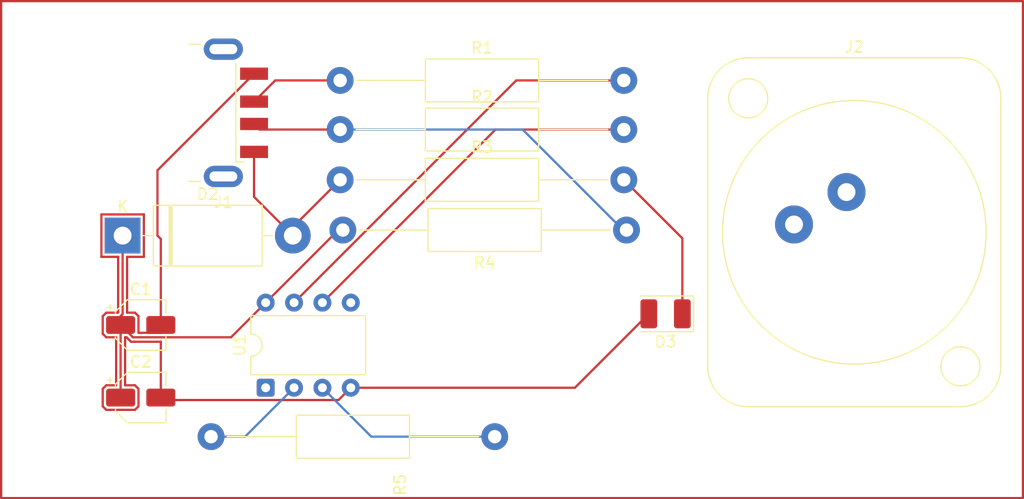
<source format=kicad_pcb>
(kicad_pcb (version 20241229) (generator "pcbnew") (generator_version "9.0")
  (layers (0 "F.Cu" signal) (2 "B.Cu" signal) (13 "F.Paste" user) (15 "B.Paste" user) (5 "F.SilkS" user "F.Silkscreen") (7 "B.SilkS" user "B.Silkscreen") (1 "F.Mask" user) (3 "B.Mask" user) (25 "Edge.Cuts" user))
  (net 0 "")
  (net 1 "Net-(D2-K)")
  (net 2 "GND")
  (net 3 "Net-(D2-A)")
  (net 4 "Net-(D3-A)")
  (net 5 "Net-(J1-D-)")
  (net 6 "Net-(J1-D+)")
  (net 9 "Net-(U1-PB2)")
  (net 10 "Net-(U1-PB1)")
  (net 11 "Net-(U1-XTAL1{slash}PB3)")
  (net 12 "Net-(U1-XTAL2{slash}PB4)")
  (footprint "Package_DIP:DIP-8_W7.62mm" (layer "F.Cu") (at 138.69 84.62 90)
    (property "Reference" "U1" (at 3.81 -2.33 90) (layer "F.SilkS"))
    (property "Value" "ATtiny45-20P")
    (fp_line (start 6.46 -1.33) (end 4.81 -1.33) (stroke (width 0.12)) (layer "F.SilkS"))
    (fp_line (start 2.81 -1.33) (end 1.16 -1.33) (stroke (width 0.12)) (layer "F.SilkS"))
    (fp_line (start 1.16 -1.33) (end 1.16 8.95) (stroke (width 0.12)) (layer "F.SilkS"))
    (fp_line (start 6.46 8.95) (end 6.46 -1.33) (stroke (width 0.12)) (layer "F.SilkS"))
    (fp_line (start 1.16 8.95) (end 6.46 8.95) (stroke (width 0.12)) (layer "F.SilkS"))
    (fp_arc (start 4.81 -1.33) (mid 3.81 -0.33) (end 2.81 -1.33) (stroke (width 0.12)) (layer "F.SilkS"))
    (pad "1" thru_hole roundrect (at 0 0 90) (size 1.6 1.6) (drill 0.8) (layers "*.Cu" "*.Mask") (roundrect_rratio 0.15625))
    (pad "2" thru_hole circle (at 0 2.54 90) (size 1.6 1.6) (drill 0.8) (layers "*.Cu" "*.Mask") (net 11 "Net-(U1-XTAL1{slash}PB3)"))
    (pad "3" thru_hole circle (at 0 5.08 90) (size 1.6 1.6) (drill 0.8) (layers "*.Cu" "*.Mask") (net 12 "Net-(U1-XTAL2{slash}PB4)"))
    (pad "4" thru_hole circle (at 0 7.62 90) (size 1.6 1.6) (drill 0.8) (layers "*.Cu" "*.Mask") (net 2 "GND"))
    (pad "5" thru_hole circle (at 7.62 7.62 90) (size 1.6 1.6) (drill 0.8) (layers "*.Cu" "*.Mask"))
    (pad "6" thru_hole circle (at 7.62 5.08 90) (size 1.6 1.6) (drill 0.8) (layers "*.Cu" "*.Mask") (net 10 "Net-(U1-PB1)"))
    (pad "7" thru_hole circle (at 7.62 2.54 90) (size 1.6 1.6) (drill 0.8) (layers "*.Cu" "*.Mask") (net 9 "Net-(U1-PB2)"))
    (pad "8" thru_hole circle (at 7.62 0 90) (size 1.6 1.6) (drill 0.8) (layers "*.Cu" "*.Mask") (net 1 "Net-(D2-K)"))
  )
  (footprint "Resistor_THT:R_Axial_DIN0411_L9.9mm_D3.6mm_P25.40mm_Horizontal" (layer "F.Cu") (at 171 70.5 180)
    (property "Reference" "R4" (at 12.7 -2.92 0) (layer "F.SilkS"))
    (property "Value" "R")
    (fp_line (start 23.96 0) (end 17.77 0) (stroke (width 0.12)) (layer "F.SilkS"))
    (fp_line (start 17.77 1.92) (end 17.77 -1.92) (stroke (width 0.12)) (layer "F.SilkS"))
    (fp_line (start 17.77 -1.92) (end 7.63 -1.92) (stroke (width 0.12)) (layer "F.SilkS"))
    (fp_line (start 7.63 1.92) (end 17.77 1.92) (stroke (width 0.12)) (layer "F.SilkS"))
    (fp_line (start 7.63 -1.92) (end 7.63 1.92) (stroke (width 0.12)) (layer "F.SilkS"))
    (fp_line (start 1.44 0) (end 7.63 0) (stroke (width 0.12)) (layer "F.SilkS"))
    (pad "1" thru_hole circle (at 0 0 180) (size 2.4 2.4) (drill 1.2) (layers "*.Cu" "*.Mask") (net 5 "Net-(J1-D-)"))
    (pad "2" thru_hole oval (at 25.4 0 180) (size 2.4 2.4) (drill 1.2) (layers "*.Cu" "*.Mask") (net 1 "Net-(D2-K)"))
  )
  (footprint "LED_SMD:LED_PLCC-2_3.4x3.0mm_AK" (layer "F.Cu") (at 174.5 78 180)
    (property "Reference" "D3" (at 0 -2.5 0) (layer "F.SilkS"))
    (property "Value" "LED")
    (fp_line (start 2.25 1.6) (end -2.51 1.6) (stroke (width 0.12)) (layer "F.SilkS"))
    (fp_line (start 2.25 -1.6) (end -2.51 -1.6) (stroke (width 0.12)) (layer "F.SilkS"))
    (fp_line (start -2.51 -1.6) (end -2.51 1.6) (stroke (width 0.12)) (layer "F.SilkS"))
    (pad "1" smd roundrect (at 1.5 0 180) (size 1.5 2.6) (layers "F.Cu" "F.Mask" "F.Paste") (roundrect_rratio 0.1666666667) (net 2 "GND"))
    (pad "2" smd roundrect (at -1.5 0 180) (size 1.5 2.6) (layers "F.Cu" "F.Mask" "F.Paste") (roundrect_rratio 0.1666666667) (net 4 "Net-(D3-A)"))
  )
  (footprint "Capacitor_SMD:CP_Elec_4x3" (layer "F.Cu") (at 127.5 85.5)
    (property "Reference" "C2" (at 0 -3.2 0) (layer "F.SilkS"))
    (property "Value" "C")
    (fp_line (start -3 -1.56) (end -2.5 -1.56) (stroke (width 0.12)) (layer "F.SilkS"))
    (fp_line (start -2.75 -1.81) (end -2.75 -1.31) (stroke (width 0.12)) (layer "F.SilkS"))
    (fp_line (start -2.26 -1.195563) (end -2.26 -1.06) (stroke (width 0.12)) (layer "F.SilkS"))
    (fp_line (start -2.26 -1.195563) (end -1.195563 -2.26) (stroke (width 0.12)) (layer "F.SilkS"))
    (fp_line (start -2.26 1.195563) (end -2.26 1.06) (stroke (width 0.12)) (layer "F.SilkS"))
    (fp_line (start -2.26 1.195563) (end -1.195563 2.26) (stroke (width 0.12)) (layer "F.SilkS"))
    (fp_line (start -1.195563 -2.26) (end 2.26 -2.26) (stroke (width 0.12)) (layer "F.SilkS"))
    (fp_line (start -1.195563 2.26) (end 2.26 2.26) (stroke (width 0.12)) (layer "F.SilkS"))
    (fp_line (start 2.26 -2.26) (end 2.26 -1.06) (stroke (width 0.12)) (layer "F.SilkS"))
    (fp_line (start 2.26 2.26) (end 2.26 1.06) (stroke (width 0.12)) (layer "F.SilkS"))
    (pad "1" smd roundrect (at -1.8 0) (size 2.6 1.6) (layers "F.Cu" "F.Mask" "F.Paste") (roundrect_rratio 0.15625) (net 1 "Net-(D2-K)"))
    (pad "2" smd roundrect (at 1.8 0) (size 2.6 1.6) (layers "F.Cu" "F.Mask" "F.Paste") (roundrect_rratio 0.15625) (net 2 "GND"))
  )
  (footprint "Resistor_THT:R_Axial_DIN0411_L9.9mm_D3.6mm_P25.40mm_Horizontal" (layer "F.Cu") (at 145.36 66)
    (property "Reference" "R3" (at 12.7 -2.92 0) (layer "F.SilkS"))
    (property "Value" "R")
    (fp_line (start 1.44 0) (end 7.63 0) (stroke (width 0.12)) (layer "F.SilkS"))
    (fp_line (start 7.63 -1.92) (end 7.63 1.92) (stroke (width 0.12)) (layer "F.SilkS"))
    (fp_line (start 7.63 1.92) (end 17.77 1.92) (stroke (width 0.12)) (layer "F.SilkS"))
    (fp_line (start 17.77 -1.92) (end 7.63 -1.92) (stroke (width 0.12)) (layer "F.SilkS"))
    (fp_line (start 17.77 1.92) (end 17.77 -1.92) (stroke (width 0.12)) (layer "F.SilkS"))
    (fp_line (start 23.96 0) (end 17.77 0) (stroke (width 0.12)) (layer "F.SilkS"))
    (pad "1" thru_hole circle (at 0 0) (size 2.4 2.4) (drill 1.2) (layers "*.Cu" "*.Mask") (net 3 "Net-(D2-A)"))
    (pad "2" thru_hole oval (at 25.4 0) (size 2.4 2.4) (drill 1.2) (layers "*.Cu" "*.Mask") (net 4 "Net-(D3-A)"))
  )
  (footprint "Capacitor_SMD:CP_Elec_4x3" (layer "F.Cu") (at 127.5 79)
    (property "Reference" "C1" (at 0 -3.2 0) (layer "F.SilkS"))
    (property "Value" "C")
    (fp_line (start -3 -1.56) (end -2.5 -1.56) (stroke (width 0.12)) (layer "F.SilkS"))
    (fp_line (start -2.75 -1.81) (end -2.75 -1.31) (stroke (width 0.12)) (layer "F.SilkS"))
    (fp_line (start -2.26 -1.195563) (end -2.26 -1.06) (stroke (width 0.12)) (layer "F.SilkS"))
    (fp_line (start -2.26 -1.195563) (end -1.195563 -2.26) (stroke (width 0.12)) (layer "F.SilkS"))
    (fp_line (start -2.26 1.195563) (end -2.26 1.06) (stroke (width 0.12)) (layer "F.SilkS"))
    (fp_line (start -2.26 1.195563) (end -1.195563 2.26) (stroke (width 0.12)) (layer "F.SilkS"))
    (fp_line (start -1.195563 -2.26) (end 2.26 -2.26) (stroke (width 0.12)) (layer "F.SilkS"))
    (fp_line (start -1.195563 2.26) (end 2.26 2.26) (stroke (width 0.12)) (layer "F.SilkS"))
    (fp_line (start 2.26 -2.26) (end 2.26 -1.06) (stroke (width 0.12)) (layer "F.SilkS"))
    (fp_line (start 2.26 2.26) (end 2.26 1.06) (stroke (width 0.12)) (layer "F.SilkS"))
    (pad "1" smd roundrect (at -1.8 0) (size 2.6 1.6) (layers "F.Cu" "F.Mask" "F.Paste") (roundrect_rratio 0.15625) (net 1 "Net-(D2-K)"))
    (pad "2" smd roundrect (at 1.8 0) (size 2.6 1.6) (layers "F.Cu" "F.Mask" "F.Paste") (roundrect_rratio 0.15625) (net 2 "GND"))
  )
  (footprint "Resistor_THT:R_Axial_DIN0411_L9.9mm_D3.6mm_P25.40mm_Horizontal" (layer "F.Cu") (at 145.36 57.1)
    (property "Reference" "R1" (at 12.7 -2.92 0) (layer "F.SilkS"))
    (property "Value" "R")
    (fp_line (start 1.44 0) (end 7.63 0) (stroke (width 0.12)) (layer "F.SilkS"))
    (fp_line (start 7.63 -1.92) (end 7.63 1.92) (stroke (width 0.12)) (layer "F.SilkS"))
    (fp_line (start 7.63 1.92) (end 17.77 1.92) (stroke (width 0.12)) (layer "F.SilkS"))
    (fp_line (start 17.77 -1.92) (end 7.63 -1.92) (stroke (width 0.12)) (layer "F.SilkS"))
    (fp_line (start 17.77 1.92) (end 17.77 -1.92) (stroke (width 0.12)) (layer "F.SilkS"))
    (fp_line (start 23.96 0) (end 17.77 0) (stroke (width 0.12)) (layer "F.SilkS"))
    (pad "1" thru_hole circle (at 0 0) (size 2.4 2.4) (drill 1.2) (layers "*.Cu" "*.Mask") (net 6 "Net-(J1-D+)"))
    (pad "2" thru_hole oval (at 25.4 0) (size 2.4 2.4) (drill 1.2) (layers "*.Cu" "*.Mask") (net 9 "Net-(U1-PB2)"))
  )
  (footprint "Resistor_THT:R_Axial_DIN0411_L9.9mm_D3.6mm_P25.40mm_Horizontal" (layer "F.Cu") (at 159.2 89 180)
    (property "Reference" "R5" (at 8.465 -4.31 90) (layer "F.SilkS"))
    (property "Value" "R")
    (fp_line (start 23.96 0) (end 17.77 0) (stroke (width 0.12)) (layer "F.SilkS"))
    (fp_line (start 17.77 1.92) (end 17.77 -1.92) (stroke (width 0.12)) (layer "F.SilkS"))
    (fp_line (start 17.77 -1.92) (end 7.63 -1.92) (stroke (width 0.12)) (layer "F.SilkS"))
    (fp_line (start 7.63 1.92) (end 17.77 1.92) (stroke (width 0.12)) (layer "F.SilkS"))
    (fp_line (start 7.63 -1.92) (end 7.63 1.92) (stroke (width 0.12)) (layer "F.SilkS"))
    (fp_line (start 1.44 0) (end 7.63 0) (stroke (width 0.12)) (layer "F.SilkS"))
    (pad "1" thru_hole circle (at 0 0 180) (size 2.4 2.4) (drill 1.2) (layers "*.Cu" "*.Mask") (net 12 "Net-(U1-XTAL2{slash}PB4)"))
    (pad "2" thru_hole oval (at 25.4 0 180) (size 2.4 2.4) (drill 1.2) (layers "*.Cu" "*.Mask") (net 11 "Net-(U1-XTAL1{slash}PB3)"))
  )
  (footprint "Connector_Audio:Jack_speakON_Neutrik_NL2MDXX-V_Vertical" (layer "F.Cu") (at 190.7 67.1)
    (property "Reference" "J2" (at 0.7 -13 0) (layer "F.SilkS"))
    (property "Value" "6P2C")
    (fp_line (start -12.42 15.72) (end -12.42 -8.52) (stroke (width 0.12)) (layer "F.SilkS"))
    (fp_line (start -8.92 -12.02) (end 10.32 -12.02) (stroke (width 0.12)) (layer "F.SilkS"))
    (fp_line (start -8.92 19.22) (end 10.32 19.22) (stroke (width 0.12)) (layer "F.SilkS"))
    (fp_line (start 13.82 15.72) (end 13.82 -8.52) (stroke (width 0.12)) (layer "F.SilkS"))
    (fp_arc (start -12.42 -8.52) (mid -11.274874 -11.044579) (end -8.68 -12.02) (stroke (width 0.12)) (layer "F.SilkS"))
    (fp_arc (start -8.92 19.22) (mid -11.444579 18.074874) (end -12.42 15.48) (stroke (width 0.12)) (layer "F.SilkS"))
    (fp_arc (start 10.32 -12.02) (mid 12.844579 -10.874874) (end 13.82 -8.28) (stroke (width 0.12)) (layer "F.SilkS"))
    (fp_arc (start 13.82 15.72) (mid 12.674874 18.244579) (end 10.08 19.22) (stroke (width 0.12)) (layer "F.SilkS"))
    (fp_circle (center -8.8 -8.4) (end -7.05 -8.4) (stroke (width 0.12)) (fill no) (layer "F.SilkS"))
    (fp_circle (center 0.7 3.6) (end 12.5 3.6) (stroke (width 0.12)) (fill no) (layer "F.SilkS"))
    (fp_circle (center 10.2 15.6) (end 11.95 15.6) (stroke (width 0.12)) (fill no) (layer "F.SilkS"))
    (pad "1+" thru_hole circle (at 0 0) (size 3.4 3.4) (drill 1.6) (layers "*.Cu" "*.Mask"))
    (pad "1-" thru_hole circle (at -4.7 2.9) (size 3.4 3.4) (drill 1.6) (layers "*.Cu" "*.Mask"))
  )
  (footprint "Diode_THT:D_DO-201AD_P15.24mm_Horizontal" (layer "F.Cu") (at 125.88 71)
    (property "Reference" "D2" (at 7.62 -3.72 0) (layer "F.SilkS"))
    (property "Value" "D")
    (fp_line (start 1.84 0) (end 2.75 0) (stroke (width 0.12)) (layer "F.SilkS"))
    (fp_line (start 2.75 -2.72) (end 2.75 2.72) (stroke (width 0.12)) (layer "F.SilkS"))
    (fp_line (start 2.75 2.72) (end 12.49 2.72) (stroke (width 0.12)) (layer "F.SilkS"))
    (fp_line (start 4.175 -2.72) (end 4.175 2.72) (stroke (width 0.12)) (layer "F.SilkS"))
    (fp_line (start 4.295 -2.72) (end 4.295 2.72) (stroke (width 0.12)) (layer "F.SilkS"))
    (fp_line (start 4.415 -2.72) (end 4.415 2.72) (stroke (width 0.12)) (layer "F.SilkS"))
    (fp_line (start 12.49 -2.72) (end 2.75 -2.72) (stroke (width 0.12)) (layer "F.SilkS"))
    (fp_line (start 12.49 2.72) (end 12.49 -2.72) (stroke (width 0.12)) (layer "F.SilkS"))
    (fp_line (start 13.4 0) (end 12.49 0) (stroke (width 0.12)) (layer "F.SilkS"))
    (fp_text user "K" (at 0 -2.6 0) (layer "F.SilkS"))
    (pad "1" thru_hole rect (at 0 0) (size 3.2 3.2) (drill 1.6) (layers "*.Cu" "*.Mask") (net 1 "Net-(D2-K)"))
    (pad "2" thru_hole oval (at 15.24 0) (size 3.2 3.2) (drill 1.6) (layers "*.Cu" "*.Mask") (net 3 "Net-(D2-A)"))
  )
  (footprint "Connector_USB:USB_A_CNCTech_1001-011-01101_Horizontal" (layer "F.Cu") (at 128 60 180)
    (property "Reference" "J1" (at -6.9 -8 0) (layer "F.SilkS"))
    (property "Value" "USB_A")
    (fp_line (start -4.85 6.145) (end -3.8 6.145) (stroke (width 0.12)) (layer "F.SilkS"))
    (fp_line (start -4.85 -6.145) (end -3.8 -6.145) (stroke (width 0.12)) (layer "F.SilkS"))
    (fp_line (start -8.02 -4.4) (end -8.02 4.4) (stroke (width 0.12)) (layer "F.SilkS"))
    (fp_line (start -8.02 -4.4) (end -8.775 -4.4) (stroke (width 0.12)) (layer "F.SilkS"))
    (pad "" np_thru_hole circle (at -6.9 -2.3 180) (size 1.1 1.1) (drill 1.1) (layers "*.Cu" "*.Mask"))
    (pad "" np_thru_hole circle (at -6.9 2.3 180) (size 1.1 1.1) (drill 1.1) (layers "*.Cu" "*.Mask"))
    (pad "1" smd rect (at -9.65 -3.5 180) (size 2.5 1.1) (layers "F.Cu" "F.Mask" "F.Paste") (net 3 "Net-(D2-A)"))
    (pad "2" smd rect (at -9.65 -1 180) (size 2.5 1.1) (layers "F.Cu" "F.Mask" "F.Paste") (net 5 "Net-(J1-D-)"))
    (pad "3" smd rect (at -9.65 1 180) (size 2.5 1.1) (layers "F.Cu" "F.Mask" "F.Paste") (net 6 "Net-(J1-D+)"))
    (pad "4" smd rect (at -9.65 3.5 180) (size 2.5 1.1) (layers "F.Cu" "F.Mask" "F.Paste") (net 2 "GND"))
    (pad "5" thru_hole oval (at -6.9 -5.7 180) (size 3.5 1.9) (drill oval 2.5 0.9) (property pad_prop_heatsink) (layers "*.Cu" "*.Mask"))
    (pad "5" thru_hole oval (at -6.9 5.7 180) (size 3.5 1.9) (drill oval 2.5 0.9) (property pad_prop_heatsink) (layers "*.Cu" "*.Mask"))
  )
  (footprint "Resistor_THT:R_Axial_DIN0411_L9.9mm_D3.6mm_P25.40mm_Horizontal" (layer "F.Cu") (at 145.36 61.5)
    (property "Reference" "R2" (at 12.7 -2.92 0) (layer "F.SilkS"))
    (property "Value" "R")
    (fp_line (start 1.44 0) (end 7.63 0) (stroke (width 0.12)) (layer "F.SilkS"))
    (fp_line (start 7.63 -1.92) (end 7.63 1.92) (stroke (width 0.12)) (layer "F.SilkS"))
    (fp_line (start 7.63 1.92) (end 17.77 1.92) (stroke (width 0.12)) (layer "F.SilkS"))
    (fp_line (start 17.77 -1.92) (end 7.63 -1.92) (stroke (width 0.12)) (layer "F.SilkS"))
    (fp_line (start 17.77 1.92) (end 17.77 -1.92) (stroke (width 0.12)) (layer "F.SilkS"))
    (fp_line (start 23.96 0) (end 17.77 0) (stroke (width 0.12)) (layer "F.SilkS"))
    (pad "1" thru_hole circle (at 0 0) (size 2.4 2.4) (drill 1.2) (layers "*.Cu" "*.Mask") (net 5 "Net-(J1-D-)"))
    (pad "2" thru_hole oval (at 25.4 0) (size 2.4 2.4) (drill 1.2) (layers "*.Cu" "*.Mask") (net 10 "Net-(U1-PB1)"))
  )
  (gr_rect (start 115 50) (end 206.5 94.5) (stroke (width 0.2)) (fill no) (layer "F.Cu"))
  (segment (start 125.7 79) (end 125.7 78.2) (width 0.2) (layer "F.Cu") (net 1))
  (segment (start 138.69 77) (end 135.589 80.101) (width 0.2) (layer "F.Cu") (net 1))
  (segment (start 138.69 77) (end 145.19 70.5) (width 0.2) (layer "F.Cu") (net 1))
  (segment (start 126.801 80.101) (end 125.7 79) (width 0.2) (layer "F.Cu") (net 1))
  (segment (start 125.88 78.02) (end 125.88 71) (width 0.2) (layer "F.Cu") (net 1))
  (segment (start 135.589 80.101) (end 126.801 80.101) (width 0.2) (layer "F.Cu") (net 1))
  (segment (start 125.7 79) (end 125.7 85.5) (width 0.2) (layer "F.Cu") (net 1))
  (segment (start 145.19 70.5) (end 145.3 70.5) (width 0.2) (layer "F.Cu") (net 1))
  (segment (start 125.7 78.2) (end 125.88 78.02) (width 0.2) (layer "F.Cu") (net 1))
  (segment (start 129.521 85.721) (end 129.3 85.5) (width 0.2) (layer "F.Cu") (net 2))
  (segment (start 125.479 72.901) (end 123.979 72.901) (width 0.2) (layer "F.Cu") (net 2))
  (segment (start 127.781 72.901) (end 126.281 72.901) (width 0.2) (layer "F.Cu") (net 2))
  (segment (start 127.301 78.21484) (end 127.301 79.7) (width 0.2) (layer "F.Cu") (net 2))
  (segment (start 126.101 84.399) (end 126.98516 84.399) (width 0.2) (layer "F.Cu") (net 2))
  (segment (start 129.3 79.7) (end 129.3 79) (width 0.2) (layer "F.Cu") (net 2))
  (segment (start 126.281 77.899) (end 126.98516 77.899) (width 0.2) (layer "F.Cu") (net 2))
  (segment (start 124.41484 80.101) (end 124.099 79.78516) (width 0.2) (layer "F.Cu") (net 2))
  (segment (start 127.301 84.71484) (end 127.301 86.28516) (width 0.2) (layer "F.Cu") (net 2))
  (segment (start 125.299 80.101) (end 124.41484 80.101) (width 0.2) (layer "F.Cu") (net 2))
  (segment (start 125.4339 77.899) (end 125.479 77.8539) (width 0.2) (layer "F.Cu") (net 2))
  (segment (start 124.41484 86.601) (end 124.099 86.28516) (width 0.2) (layer "F.Cu") (net 2))
  (segment (start 173 78) (end 166.38 84.62) (width 0.2) (layer "F.Cu") (net 2))
  (segment (start 129.3 80.502) (end 126.9671 80.502) (width 0.2) (layer "F.Cu") (net 2))
  (segment (start 126.101 80.101) (end 126.101 84.399) (width 0.2) (layer "F.Cu") (net 2))
  (segment (start 137.65 56.5) (end 129 65.15) (width 0.2) (layer "F.Cu") (net 2))
  (segment (start 125.299 84.399) (end 125.299 80.101) (width 0.2) (layer "F.Cu") (net 2))
  (segment (start 126.98516 84.399) (end 127.301 84.71484) (width 0.2) (layer "F.Cu") (net 2))
  (segment (start 126.281 72.901) (end 126.281 77.8539) (width 0.2) (layer "F.Cu") (net 2))
  (segment (start 126.4 80.2671) (end 126.2339 80.101) (width 0.2) (layer "F.Cu") (net 2))
  (segment (start 126.2339 80.101) (end 126.101 80.101) (width 0.2) (layer "F.Cu") (net 2))
  (segment (start 124.099 78.21484) (end 124.41484 77.899) (width 0.2) (layer "F.Cu") (net 2))
  (segment (start 126.6349 80.502) (end 126.4 80.2671) (width 0.2) (layer "F.Cu") (net 2))
  (segment (start 145.209 85.721) (end 129.521 85.721) (width 0.2) (layer "F.Cu") (net 2))
  (segment (start 126.281 77.8539) (end 126.281 77.899) (width 0.2) (layer "F.Cu") (net 2))
  (segment (start 127.301 86.28516) (end 126.98516 86.601) (width 0.2) (layer "F.Cu") (net 2))
  (segment (start 126.9671 80.502) (end 126.6349 80.502) (width 0.2) (layer "F.Cu") (net 2))
  (segment (start 129 65.15) (end 129 71) (width 0.2) (layer "F.Cu") (net 2))
  (segment (start 129.3 71.3) (end 129.3 79) (width 0.2) (layer "F.Cu") (net 2))
  (segment (start 126.98516 77.899) (end 127.301 78.21484) (width 0.2) (layer "F.Cu") (net 2))
  (segment (start 123.979 69.099) (end 127.781 69.099) (width 0.2) (layer "F.Cu") (net 2))
  (segment (start 124.099 84.71484) (end 124.41484 84.399) (width 0.2) (layer "F.Cu") (net 2))
  (segment (start 166.38 84.62) (end 146.31 84.62) (width 0.2) (layer "F.Cu") (net 2))
  (segment (start 127.781 69.099) (end 127.781 72.901) (width 0.2) (layer "F.Cu") (net 2))
  (segment (start 129 71) (end 129.3 71.3) (width 0.2) (layer "F.Cu") (net 2))
  (segment (start 124.099 79.78516) (end 124.099 78.21484) (width 0.2) (layer "F.Cu") (net 2))
  (segment (start 146.31 84.62) (end 145.209 85.721) (width 0.2) (layer "F.Cu") (net 2))
  (segment (start 129.3 85.5) (end 129.3 80.502) (width 0.2) (layer "F.Cu") (net 2))
  (segment (start 126.98516 86.601) (end 124.41484 86.601) (width 0.2) (layer "F.Cu") (net 2))
  (segment (start 124.41484 84.399) (end 125.299 84.399) (width 0.2) (layer "F.Cu") (net 2))
  (segment (start 127.301 79.7) (end 129.3 79.7) (width 0.2) (layer "F.Cu") (net 2))
  (segment (start 125.479 77.8539) (end 125.479 72.901) (width 0.2) (layer "F.Cu") (net 2))
  (segment (start 123.979 72.901) (end 123.979 69.099) (width 0.2) (layer "F.Cu") (net 2))
  (segment (start 124.099 86.28516) (end 124.099 84.71484) (width 0.2) (layer "F.Cu") (net 2))
  (segment (start 124.41484 77.899) (end 125.4339 77.899) (width 0.2) (layer "F.Cu") (net 2))
  (segment (start 141.12 70.24) (end 141.12 71) (width 0.2) (layer "F.Cu") (net 3))
  (segment (start 137.65 63.5) (end 137.65 67.53) (width 0.2) (layer "F.Cu") (net 3))
  (segment (start 145.36 66) (end 141.12 70.24) (width 0.2) (layer "F.Cu") (net 3))
  (segment (start 137.65 67.53) (end 141.12 71) (width 0.2) (layer "F.Cu") (net 3))
  (segment (start 170.76 66) (end 176 71.24) (width 0.2) (layer "F.Cu") (net 4))
  (segment (start 176 71.24) (end 176 78) (width 0.2) (layer "F.Cu") (net 4))
  (segment (start 145.36 61.5) (end 138.15 61.5) (width 0.2) (layer "F.Cu") (net 5))
  (segment (start 138.15 61.5) (end 137.65 61) (width 0.2) (layer "F.Cu") (net 5))
  (segment (start 161.7 61.5) (end 170.7 70.5) (width 0.2) (layer "B.Cu") (net 5))
  (segment (start 145.36 61.5) (end 161.7 61.5) (width 0.2) (layer "B.Cu") (net 5))
  (segment (start 139.55 57.1) (end 137.65 59) (width 0.2) (layer "F.Cu") (net 6))
  (segment (start 145.36 57.1) (end 139.55 57.1) (width 0.2) (layer "F.Cu") (net 6))
  (segment (start 141.23 77) (end 161.13 57.1) (width 0.2) (layer "F.Cu") (net 9))
  (segment (start 161.13 57.1) (end 170.76 57.1) (width 0.2) (layer "F.Cu") (net 9))
  (segment (start 170.76 61.5) (end 159.27 61.5) (width 0.2) (layer "F.Cu") (net 10))
  (segment (start 159.27 61.5) (end 143.77 77) (width 0.2) (layer "F.Cu") (net 10))
  (segment (start 136.85 89) (end 133.8 89) (width 0.2) (layer "B.Cu") (net 11))
  (segment (start 141.23 84.62) (end 136.85 89) (width 0.2) (layer "B.Cu") (net 11))
  (segment (start 148.15 89) (end 159.2 89) (width 0.2) (layer "B.Cu") (net 12))
  (segment (start 143.77 84.62) (end 148.15 89) (width 0.2) (layer "B.Cu") (net 12))
)
</source>
